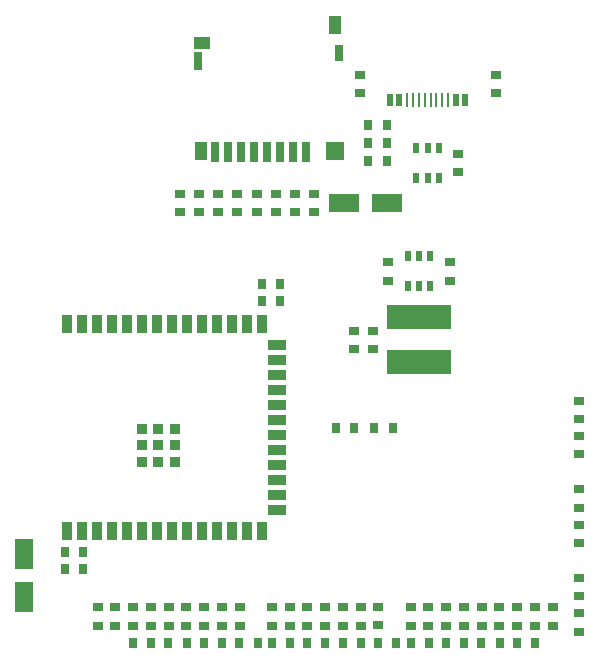
<source format=gtp>
G04*
G04 #@! TF.GenerationSoftware,Altium Limited,Altium Designer,22.2.1 (43)*
G04*
G04 Layer_Color=8421504*
%FSLAX25Y25*%
%MOIN*%
G70*
G04*
G04 #@! TF.SameCoordinates,854AD7C7-718E-4D2E-BE00-AD7F3FE1A44B*
G04*
G04*
G04 #@! TF.FilePolarity,Positive*
G04*
G01*
G75*
%ADD19R,0.03347X0.03150*%
%ADD20R,0.03150X0.03347*%
%ADD21R,0.02362X0.03347*%
%ADD22R,0.21654X0.08465*%
%ADD23R,0.06299X0.10236*%
%ADD24R,0.10236X0.06299*%
%ADD25R,0.03543X0.05906*%
%ADD26R,0.05906X0.03543*%
%ADD27R,0.03543X0.03543*%
%ADD28R,0.03150X0.06890*%
%ADD29R,0.03937X0.05906*%
%ADD30R,0.05906X0.05906*%
%ADD31R,0.03150X0.05906*%
%ADD32R,0.05709X0.03937*%
%ADD33R,0.03150X0.05512*%
%ADD34R,0.03937X0.06102*%
%ADD35R,0.02165X0.03937*%
%ADD36R,0.00984X0.04528*%
D19*
X77854Y8957D02*
D03*
Y2854D02*
D03*
Y-2854D02*
D03*
Y-8957D02*
D03*
Y-20571D02*
D03*
Y-26673D02*
D03*
Y-32382D02*
D03*
Y-38484D02*
D03*
Y-50098D02*
D03*
Y-56201D02*
D03*
Y-61910D02*
D03*
Y-68012D02*
D03*
X34744Y49016D02*
D03*
Y55118D02*
D03*
X14272D02*
D03*
Y49016D02*
D03*
X9154Y26181D02*
D03*
Y32283D02*
D03*
X2854Y26181D02*
D03*
Y32283D02*
D03*
X4724Y111516D02*
D03*
Y117618D02*
D03*
X51279Y-59941D02*
D03*
Y-66043D02*
D03*
X-55118Y71752D02*
D03*
Y77854D02*
D03*
X68996Y-66043D02*
D03*
Y-59941D02*
D03*
X57185Y-59941D02*
D03*
Y-66043D02*
D03*
X-36029Y71752D02*
D03*
Y77854D02*
D03*
X-42397Y71752D02*
D03*
Y77854D02*
D03*
X-48766Y71752D02*
D03*
Y77854D02*
D03*
X-10554Y71752D02*
D03*
Y77854D02*
D03*
X-16922Y71752D02*
D03*
Y77854D02*
D03*
X-23291Y71752D02*
D03*
Y77854D02*
D03*
X10925Y-59842D02*
D03*
Y-65945D02*
D03*
X-24508Y-66043D02*
D03*
Y-59941D02*
D03*
X5020Y-66043D02*
D03*
Y-59941D02*
D03*
X-886Y-66043D02*
D03*
Y-59941D02*
D03*
X-6791Y-66043D02*
D03*
Y-59941D02*
D03*
X-12697Y-66043D02*
D03*
Y-59941D02*
D03*
X-18602Y-66043D02*
D03*
Y-59941D02*
D03*
X63090Y-66043D02*
D03*
Y-59941D02*
D03*
X21752Y-66043D02*
D03*
Y-59941D02*
D03*
X45374Y-66043D02*
D03*
Y-59941D02*
D03*
X39469Y-66043D02*
D03*
Y-59941D02*
D03*
X33563Y-66043D02*
D03*
Y-59941D02*
D03*
X27559Y-66043D02*
D03*
Y-59941D02*
D03*
X-35335D02*
D03*
Y-66043D02*
D03*
X-70768D02*
D03*
Y-59941D02*
D03*
X-82677Y-59941D02*
D03*
Y-66043D02*
D03*
X-41240Y-66043D02*
D03*
Y-59941D02*
D03*
X-47146Y-66043D02*
D03*
Y-59941D02*
D03*
X-53051Y-66043D02*
D03*
Y-59941D02*
D03*
X-58957Y-66043D02*
D03*
Y-59941D02*
D03*
X-64862Y-66043D02*
D03*
Y-59941D02*
D03*
X50000Y117618D02*
D03*
Y111516D02*
D03*
X-29660Y71752D02*
D03*
Y77854D02*
D03*
X-76772Y-66043D02*
D03*
Y-59941D02*
D03*
X37402Y91240D02*
D03*
Y85138D02*
D03*
D20*
X-3150Y0D02*
D03*
X2953D02*
D03*
X15650D02*
D03*
X9547D02*
D03*
X21654Y-71850D02*
D03*
X27756D02*
D03*
X33465D02*
D03*
X39567D02*
D03*
X16929Y-71850D02*
D03*
X10827D02*
D03*
X5118D02*
D03*
X-984D02*
D03*
X-6693D02*
D03*
X-12795D02*
D03*
X-18504D02*
D03*
X-24606D02*
D03*
X63189Y-71850D02*
D03*
X57087D02*
D03*
X51378D02*
D03*
X45276D02*
D03*
X-21752Y48031D02*
D03*
X-27854D02*
D03*
Y42126D02*
D03*
X-21752D02*
D03*
X-29331Y-71850D02*
D03*
X-35433D02*
D03*
X-41142D02*
D03*
X-47244D02*
D03*
X-52953D02*
D03*
X-59055D02*
D03*
X-64764D02*
D03*
X-70866D02*
D03*
X7579Y94882D02*
D03*
X13681D02*
D03*
X-93602Y-47244D02*
D03*
X-87500D02*
D03*
X-93602Y-41339D02*
D03*
X-87500D02*
D03*
X13681Y88976D02*
D03*
X7579D02*
D03*
Y100787D02*
D03*
X13681D02*
D03*
D21*
X31102Y83169D02*
D03*
X27362D02*
D03*
X23622D02*
D03*
Y93209D02*
D03*
X27362D02*
D03*
X31102D02*
D03*
X28248Y47047D02*
D03*
X24508D02*
D03*
X20768D02*
D03*
Y57087D02*
D03*
X24508D02*
D03*
X28248D02*
D03*
D22*
X24508Y36890D02*
D03*
Y21732D02*
D03*
D23*
X-107283Y-42126D02*
D03*
Y-56299D02*
D03*
D24*
X-394Y74803D02*
D03*
X13780D02*
D03*
D25*
X-92756Y-34449D02*
D03*
X-87756D02*
D03*
X-82756D02*
D03*
X-77756D02*
D03*
X-72756D02*
D03*
X-67756D02*
D03*
X-62756D02*
D03*
X-57756D02*
D03*
X-52756D02*
D03*
X-47756D02*
D03*
X-42756D02*
D03*
X-37756D02*
D03*
X-32756D02*
D03*
X-27756D02*
D03*
Y34449D02*
D03*
X-32756D02*
D03*
X-37756D02*
D03*
X-42756D02*
D03*
X-47756D02*
D03*
X-52756D02*
D03*
X-57756D02*
D03*
X-62756D02*
D03*
X-67756D02*
D03*
X-72756D02*
D03*
X-77756D02*
D03*
X-82756D02*
D03*
X-87756D02*
D03*
X-92756D02*
D03*
D26*
X-22835Y-27500D02*
D03*
Y-22500D02*
D03*
Y-17500D02*
D03*
Y-12500D02*
D03*
Y-7500D02*
D03*
Y-2500D02*
D03*
Y2500D02*
D03*
Y7500D02*
D03*
Y12500D02*
D03*
Y17500D02*
D03*
Y22500D02*
D03*
Y27500D02*
D03*
D27*
X-62362Y-5906D02*
D03*
X-67874D02*
D03*
Y-11417D02*
D03*
X-62362D02*
D03*
X-56850D02*
D03*
Y-5906D02*
D03*
Y-394D02*
D03*
X-62362D02*
D03*
X-67874D02*
D03*
D28*
X-43406Y91732D02*
D03*
X-39075D02*
D03*
X-34744D02*
D03*
X-30413D02*
D03*
X-26083D02*
D03*
X-21752D02*
D03*
X-17421D02*
D03*
X-13091D02*
D03*
D29*
X-48130Y92224D02*
D03*
D30*
X-3445D02*
D03*
D31*
X-49114Y122146D02*
D03*
D32*
X-47835Y128051D02*
D03*
D33*
X-2067Y124705D02*
D03*
D34*
X-3642Y134252D02*
D03*
D35*
X39961Y109232D02*
D03*
X14764D02*
D03*
X36811D02*
D03*
X17913D02*
D03*
D36*
X26378D02*
D03*
X28346D02*
D03*
X24409D02*
D03*
X22441D02*
D03*
X20472D02*
D03*
X30315D02*
D03*
X32283D02*
D03*
X34252D02*
D03*
M02*

</source>
